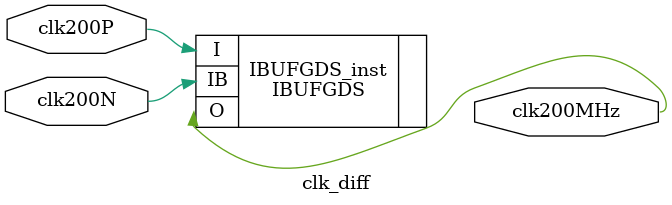
<source format=v>
`timescale 1ns / 1ps
/**
 * differential clock to signel ended clock
 * Frank Shaw	 <xiaoqingzhe@gmail.com>
 */
module clk_diff(
	input clk200P,clk200N,
	output clk200MHz
	);

	IBUFGDS #(
		.DIFF_TERM("FALSE"), // Differential Termination
		.IBUF_LOW_PWR("TRUE"), // Low power="TRUE", Highest performance="FALSE"
		.IOSTANDARD("DEFAULT") // Specifies the I/O standard for this buffer
	) IBUFGDS_inst (
		.O(clk200MHz),  // Clock buffer output
		.I(clk200P),  // Diff_p clock buffer input
		.IB(clk200N) // Diff_n clock buffer input
	);
endmodule
</source>
